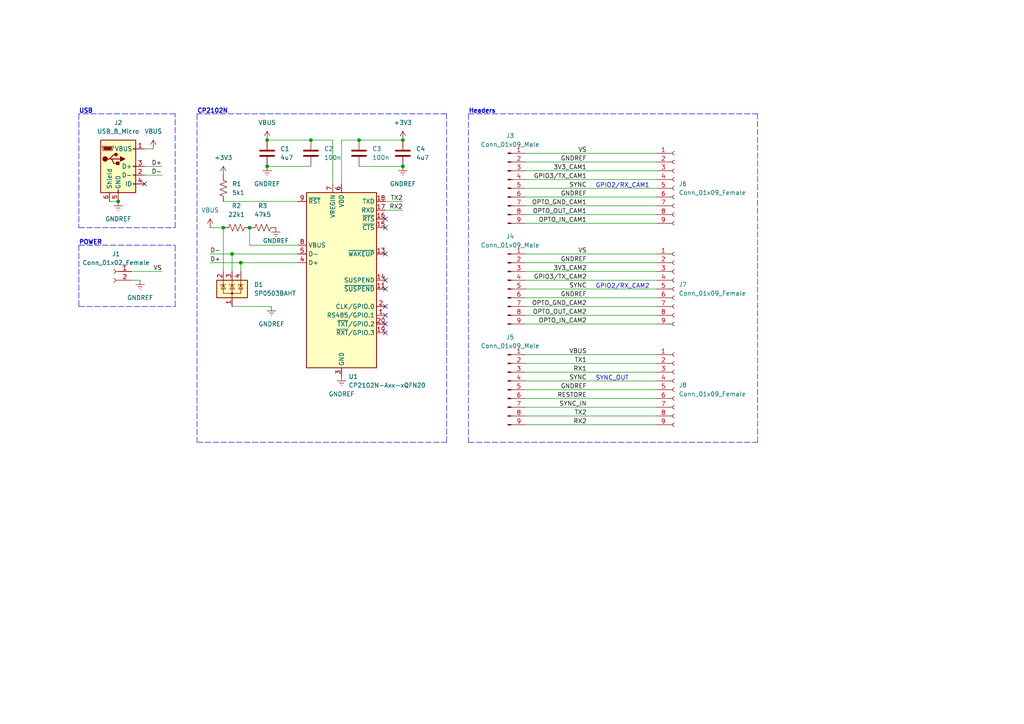
<source format=kicad_sch>
(kicad_sch (version 20211123) (generator eeschema)
  (paper "A4")
  (lib_symbols
    (symbol "Connector:Conn_01x02_Female" (pin_names (offset 1.016) hide)
      (property "Reference" "J" (at 0 2.54 0))
      (property "Value" "Conn_01x02_Female" (at 0 -5.08 0))
      (symbol "Conn_01x02_Female_1_1"
        (arc (start 0 -2.032) (mid -0.508 -2.54) (end 0 -3.048) (stroke (width 0.1524)))
        (polyline (pts (xy -1.27 -2.54) (xy -0.508 -2.54)) (stroke (width 0.1524)))
        (polyline (pts (xy -1.27 0) (xy -0.508 0)) (stroke (width 0.1524)))
        (arc (start 0 0.508) (mid -0.508 0) (end 0 -0.508) (stroke (width 0.1524)))
        (pin passive line (at -5.08 0 0) (length 3.81) (name "Pin_1") (number "1"))
        (pin passive line (at -5.08 -2.54 0) (length 3.81) (name "Pin_2") (number "2"))
      )
    )
    (symbol "Connector:Conn_01x09_Female" (pin_names (offset 1.016) hide)
      (property "Reference" "J" (at 0 12.7 0))
      (property "Value" "Conn_01x09_Female" (at 0 -12.7 0))
      (symbol "Conn_01x09_Female_1_1"
        (arc (start 0 -9.652) (mid -0.508 -10.16) (end 0 -10.668) (stroke (width 0.1524)))
        (arc (start 0 -7.112) (mid -0.508 -7.62) (end 0 -8.128) (stroke (width 0.1524)))
        (arc (start 0 -4.572) (mid -0.508 -5.08) (end 0 -5.588) (stroke (width 0.1524)))
        (arc (start 0 -2.032) (mid -0.508 -2.54) (end 0 -3.048) (stroke (width 0.1524)))
        (polyline (pts (xy -1.27 -10.16) (xy -0.508 -10.16)) (stroke (width 0.1524)))
        (polyline (pts (xy -1.27 -7.62) (xy -0.508 -7.62)) (stroke (width 0.1524)))
        (polyline (pts (xy -1.27 -5.08) (xy -0.508 -5.08)) (stroke (width 0.1524)))
        (polyline (pts (xy -1.27 -2.54) (xy -0.508 -2.54)) (stroke (width 0.1524)))
        (polyline (pts (xy -1.27 0) (xy -0.508 0)) (stroke (width 0.1524)))
        (polyline (pts (xy -1.27 2.54) (xy -0.508 2.54)) (stroke (width 0.1524)))
        (polyline (pts (xy -1.27 5.08) (xy -0.508 5.08)) (stroke (width 0.1524)))
        (polyline (pts (xy -1.27 7.62) (xy -0.508 7.62)) (stroke (width 0.1524)))
        (polyline (pts (xy -1.27 10.16) (xy -0.508 10.16)) (stroke (width 0.1524)))
        (arc (start 0 0.508) (mid -0.508 0) (end 0 -0.508) (stroke (width 0.1524)))
        (arc (start 0 3.048) (mid -0.508 2.54) (end 0 2.032) (stroke (width 0.1524)))
        (arc (start 0 5.588) (mid -0.508 5.08) (end 0 4.572) (stroke (width 0.1524)))
        (arc (start 0 8.128) (mid -0.508 7.62) (end 0 7.112) (stroke (width 0.1524)))
        (arc (start 0 10.668) (mid -0.508 10.16) (end 0 9.652) (stroke (width 0.1524)))
        (pin passive line (at -5.08 10.16 0) (length 3.81) (name "Pin_1") (number "1"))
        (pin passive line (at -5.08 7.62 0) (length 3.81) (name "Pin_2") (number "2"))
        (pin passive line (at -5.08 5.08 0) (length 3.81) (name "Pin_3") (number "3"))
        (pin passive line (at -5.08 2.54 0) (length 3.81) (name "Pin_4") (number "4"))
        (pin passive line (at -5.08 0 0) (length 3.81) (name "Pin_5") (number "5"))
        (pin passive line (at -5.08 -2.54 0) (length 3.81) (name "Pin_6") (number "6"))
        (pin passive line (at -5.08 -5.08 0) (length 3.81) (name "Pin_7") (number "7"))
        (pin passive line (at -5.08 -7.62 0) (length 3.81) (name "Pin_8") (number "8"))
        (pin passive line (at -5.08 -10.16 0) (length 3.81) (name "Pin_9") (number "9"))
      )
    )
    (symbol "Connector:Conn_01x09_Male" (pin_names (offset 1.016) hide)
      (property "Reference" "J" (at 0 12.7 0))
      (property "Value" "Conn_01x09_Male" (at 0 -12.7 0))
      (symbol "Conn_01x09_Male_1_1"
        (polyline (pts (xy 1.27 -10.16) (xy 0.8636 -10.16)) (stroke (width 0.1524)))
        (polyline (pts (xy 1.27 -7.62) (xy 0.8636 -7.62)) (stroke (width 0.1524)))
        (polyline (pts (xy 1.27 -5.08) (xy 0.8636 -5.08)) (stroke (width 0.1524)))
        (polyline (pts (xy 1.27 -2.54) (xy 0.8636 -2.54)) (stroke (width 0.1524)))
        (polyline (pts (xy 1.27 0) (xy 0.8636 0)) (stroke (width 0.1524)))
        (polyline (pts (xy 1.27 2.54) (xy 0.8636 2.54)) (stroke (width 0.1524)))
        (polyline (pts (xy 1.27 5.08) (xy 0.8636 5.08)) (stroke (width 0.1524)))
        (polyline (pts (xy 1.27 7.62) (xy 0.8636 7.62)) (stroke (width 0.1524)))
        (polyline (pts (xy 1.27 10.16) (xy 0.8636 10.16)) (stroke (width 0.1524)))
        (rectangle (start 0.8636 -10.033) (end 0 -10.287) (stroke (width 0.1524)) (fill (type outline)))
        (rectangle (start 0.8636 -7.493) (end 0 -7.747) (stroke (width 0.1524)) (fill (type outline)))
        (rectangle (start 0.8636 -4.953) (end 0 -5.207) (stroke (width 0.1524)) (fill (type outline)))
        (rectangle (start 0.8636 -2.413) (end 0 -2.667) (stroke (width 0.1524)) (fill (type outline)))
        (rectangle (start 0.8636 0.127) (end 0 -0.127) (stroke (width 0.1524)) (fill (type outline)))
        (rectangle (start 0.8636 2.667) (end 0 2.413) (stroke (width 0.1524)) (fill (type outline)))
        (rectangle (start 0.8636 5.207) (end 0 4.953) (stroke (width 0.1524)) (fill (type outline)))
        (rectangle (start 0.8636 7.747) (end 0 7.493) (stroke (width 0.1524)) (fill (type outline)))
        (rectangle (start 0.8636 10.287) (end 0 10.033) (stroke (width 0.1524)) (fill (type outline)))
        (pin passive line (at 5.08 10.16 180) (length 3.81) (name "Pin_1") (number "1"))
        (pin passive line (at 5.08 7.62 180) (length 3.81) (name "Pin_2") (number "2"))
        (pin passive line (at 5.08 5.08 180) (length 3.81) (name "Pin_3") (number "3"))
        (pin passive line (at 5.08 2.54 180) (length 3.81) (name "Pin_4") (number "4"))
        (pin passive line (at 5.08 0 180) (length 3.81) (name "Pin_5") (number "5"))
        (pin passive line (at 5.08 -2.54 180) (length 3.81) (name "Pin_6") (number "6"))
        (pin passive line (at 5.08 -5.08 180) (length 3.81) (name "Pin_7") (number "7"))
        (pin passive line (at 5.08 -7.62 180) (length 3.81) (name "Pin_8") (number "8"))
        (pin passive line (at 5.08 -10.16 180) (length 3.81) (name "Pin_9") (number "9"))
      )
    )
    (symbol "Connector:USB_B_Micro" (pin_names (offset 1.016))
      (property "Reference" "J" (at -5.08 11.43 0))
      (property "Value" "USB_B_Micro" (at -5.08 8.89 0))
      (symbol "USB_B_Micro_0_1"
        (rectangle (start -5.08 -7.62) (end 5.08 7.62) (stroke (width 0.254)) (fill (type background)))
        (circle (center -3.81 2.159) (radius 0.635) (stroke (width 0.254)) (fill (type outline)))
        (circle (center -0.635 3.429) (radius 0.381) (stroke (width 0.254)) (fill (type outline)))
        (rectangle (start -0.127 -7.62) (end 0.127 -6.858))
        (polyline (pts (xy -1.905 2.159) (xy 0.635 2.159)) (stroke (width 0.254)))
        (polyline (pts (xy -3.175 2.159) (xy -2.54 2.159) (xy -1.27 3.429) (xy -0.635 3.429)) (stroke (width 0.254)))
        (polyline (pts (xy -2.54 2.159) (xy -1.905 2.159) (xy -1.27 0.889) (xy 0 0.889)) (stroke (width 0.254)))
        (polyline (pts (xy 0.635 2.794) (xy 0.635 1.524) (xy 1.905 2.159) (xy 0.635 2.794)) (stroke (width 0.254)) (fill (type outline)))
        (polyline (pts (xy -4.318 5.588) (xy -1.778 5.588) (xy -2.032 4.826) (xy -4.064 4.826) (xy -4.318 5.588)) (fill (type outline)))
        (polyline (pts (xy -4.699 5.842) (xy -4.699 5.588) (xy -4.445 4.826) (xy -4.445 4.572) (xy -1.651 4.572) (xy -1.651 4.826) (xy -1.397 5.588) (xy -1.397 5.842) (xy -4.699 5.842)))
        (rectangle (start 0.254 1.27) (end -0.508 0.508) (stroke (width 0.254)) (fill (type outline)))
        (rectangle (start 5.08 -5.207) (end 4.318 -4.953))
        (rectangle (start 5.08 -2.667) (end 4.318 -2.413))
        (rectangle (start 5.08 -0.127) (end 4.318 0.127))
        (rectangle (start 5.08 4.953) (end 4.318 5.207))
      )
      (symbol "USB_B_Micro_1_1"
        (pin power_out line (at 7.62 5.08 180) (length 2.54) (name "VBUS") (number "1"))
        (pin bidirectional line (at 7.62 -2.54 180) (length 2.54) (name "D-") (number "2"))
        (pin bidirectional line (at 7.62 0 180) (length 2.54) (name "D+") (number "3"))
        (pin passive line (at 7.62 -5.08 180) (length 2.54) (name "ID") (number "4"))
        (pin power_out line (at 0 -10.16 90) (length 2.54) (name "GND") (number "5"))
        (pin passive line (at -2.54 -10.16 90) (length 2.54) (name "Shield") (number "6"))
      )
    )
    (symbol "Device:C" (pin_numbers hide) (pin_names (offset 0.254))
      (property "Reference" "C" (at 0.635 2.54 0))
      (property "Value" "C" (at 0.635 -2.54 0))
      (symbol "C_0_1"
        (polyline (pts (xy -2.032 -0.762) (xy 2.032 -0.762)) (stroke (width 0.508)))
        (polyline (pts (xy -2.032 0.762) (xy 2.032 0.762)) (stroke (width 0.508)))
      )
      (symbol "C_1_1"
        (pin passive line (at 0 3.81 270) (length 2.794) (name "~") (number "1"))
        (pin passive line (at 0 -3.81 90) (length 2.794) (name "~") (number "2"))
      )
    )
    (symbol "Device:R_US" (pin_numbers hide) (pin_names (offset 0))
      (property "Reference" "R" (at 2.54 0 90))
      (property "Value" "R_US" (at -2.54 0 90))
      (symbol "R_US_0_1"
        (polyline (pts (xy 0 -2.286) (xy 0 -2.54)))
        (polyline (pts (xy 0 2.286) (xy 0 2.54)))
        (polyline (pts (xy 0 -0.762) (xy 1.016 -1.143) (xy 0 -1.524) (xy -1.016 -1.905) (xy 0 -2.286)))
        (polyline (pts (xy 0 0.762) (xy 1.016 0.381) (xy 0 0) (xy -1.016 -0.381) (xy 0 -0.762)))
        (polyline (pts (xy 0 2.286) (xy 1.016 1.905) (xy 0 1.524) (xy -1.016 1.143) (xy 0 0.762)))
      )
      (symbol "R_US_1_1"
        (pin passive line (at 0 3.81 270) (length 1.27) (name "~") (number "1"))
        (pin passive line (at 0 -3.81 90) (length 1.27) (name "~") (number "2"))
      )
    )
    (symbol "Interface_USB:CP2102N-Axx-xQFN20"
      (property "Reference" "U" (at -8.89 26.67 0))
      (property "Value" "CP2102N-Axx-xQFN20" (at 12.7 26.67 0))
      (symbol "CP2102N-Axx-xQFN20_0_1"
        (rectangle (start -10.16 25.4) (end 10.16 -25.4) (stroke (width 0.254)) (fill (type background)))
      )
      (symbol "CP2102N-Axx-xQFN20_1_1"
        (pin bidirectional line (at 12.7 -10.16 180) (length 2.54) (name "RS485/GPIO.1") (number "1"))
        (pin no_connect line (at -10.16 -22.86 0) (length 2.54) hide (name "NC") (number "10"))
        (pin output line (at 12.7 -2.54 180) (length 2.54) (name "~{SUSPEND}") (number "11"))
        (pin passive line (at 0 -27.94 90) (length 2.54) hide (name "GND") (number "12"))
        (pin input line (at 12.7 7.62 180) (length 2.54) (name "~{WAKEUP}") (number "13"))
        (pin output line (at 12.7 0 180) (length 2.54) (name "SUSPEND") (number "14"))
        (pin input line (at 12.7 15.24 180) (length 2.54) (name "~{CTS}") (number "15"))
        (pin output line (at 12.7 17.78 180) (length 2.54) (name "~{RTS}") (number "16"))
        (pin input line (at 12.7 20.32 180) (length 2.54) (name "RXD") (number "17"))
        (pin output line (at 12.7 22.86 180) (length 2.54) (name "TXD") (number "18"))
        (pin bidirectional line (at 12.7 -15.24 180) (length 2.54) (name "~{RXT}/GPIO.3") (number "19"))
        (pin bidirectional line (at 12.7 -7.62 180) (length 2.54) (name "CLK/GPIO.0") (number "2"))
        (pin bidirectional line (at 12.7 -12.7 180) (length 2.54) (name "~{TXT}/GPIO.2") (number "20"))
        (pin passive line (at 0 -27.94 90) (length 2.54) hide (name "GND") (number "21"))
        (pin power_in line (at 0 -27.94 90) (length 2.54) (name "GND") (number "3"))
        (pin bidirectional line (at -12.7 5.08 0) (length 2.54) (name "D+") (number "4"))
        (pin bidirectional line (at -12.7 7.62 0) (length 2.54) (name "D-") (number "5"))
        (pin power_in line (at 0 27.94 270) (length 2.54) (name "VDD") (number "6"))
        (pin power_in line (at -2.54 27.94 270) (length 2.54) (name "VREGIN") (number "7"))
        (pin input line (at -12.7 10.16 0) (length 2.54) (name "VBUS") (number "8"))
        (pin input line (at -12.7 22.86 0) (length 2.54) (name "~{RST}") (number "9"))
      )
    )
    (symbol "Power_Protection:SP0503BAHT" (pin_names hide)
      (property "Reference" "D" (at 5.715 2.54 0))
      (property "Value" "SP0503BAHT" (at 5.715 0.635 0))
      (symbol "SP0503BAHT_0_0"
        (pin passive line (at 0 -5.08 90) (length 2.54) (name "A") (number "1"))
      )
      (symbol "SP0503BAHT_0_1"
        (rectangle (start -4.445 2.54) (end 4.445 -2.54) (stroke (width 0.254)) (fill (type background)))
        (circle (center 0 -1.27) (radius 0.254) (fill (type outline)))
        (polyline (pts (xy -2.54 2.54) (xy -2.54 1.27)))
        (polyline (pts (xy 0 -1.27) (xy 0 -2.54)))
        (polyline (pts (xy 0 -1.27) (xy 0 1.27)))
        (polyline (pts (xy 0 2.54) (xy 0 1.27)))
        (polyline (pts (xy 0.635 1.27) (xy 0.762 1.27)))
        (polyline (pts (xy 2.54 2.54) (xy 2.54 1.27)))
        (polyline (pts (xy 0.635 1.27) (xy -0.762 1.27) (xy -0.762 1.016)))
        (polyline (pts (xy -3.302 1.016) (xy -3.302 1.27) (xy -1.905 1.27) (xy -1.778 1.27)))
        (polyline (pts (xy -2.54 1.27) (xy -2.54 -1.27) (xy 2.54 -1.27) (xy 2.54 1.27)))
        (polyline (pts (xy -2.54 1.27) (xy -1.905 0) (xy -3.175 0) (xy -2.54 1.27)))
        (polyline (pts (xy 0.635 0) (xy -0.635 0) (xy 0 1.27) (xy 0.635 0)))
        (polyline (pts (xy 1.778 1.016) (xy 1.778 1.27) (xy 3.175 1.27) (xy 3.302 1.27)))
        (polyline (pts (xy 2.54 1.27) (xy 1.905 0) (xy 3.175 0) (xy 2.54 1.27)))
      )
      (symbol "SP0503BAHT_1_1"
        (pin passive line (at -2.54 5.08 270) (length 2.54) (name "K") (number "2"))
        (pin passive line (at 0 5.08 270) (length 2.54) (name "K") (number "3"))
        (pin passive line (at 2.54 5.08 270) (length 2.54) (name "K") (number "4"))
      )
    )
    (symbol "power:+3V3" (power) (pin_names (offset 0))
      (property "Value" "+3V3" (at 0 3.556 0))
      (symbol "+3V3_0_1"
        (polyline (pts (xy -0.762 1.27) (xy 0 2.54)))
        (polyline (pts (xy 0 0) (xy 0 2.54)))
        (polyline (pts (xy 0 2.54) (xy 0.762 1.27)))
      )
      (symbol "+3V3_1_1"
        (pin power_in line (at 0 0 90) (length 0) hide (name "+3V3") (number "1"))
      )
    )
    (symbol "power:GNDREF" (power) (pin_names (offset 0))
      (property "Value" "GNDREF" (at 0 -3.81 0))
      (symbol "GNDREF_0_1"
        (polyline (pts (xy -0.635 -1.905) (xy 0.635 -1.905)))
        (polyline (pts (xy -0.127 -2.54) (xy 0.127 -2.54)))
        (polyline (pts (xy 0 -1.27) (xy 0 0)))
        (polyline (pts (xy 1.27 -1.27) (xy -1.27 -1.27)))
      )
      (symbol "GNDREF_1_1"
        (pin power_in line (at 0 0 270) (length 0) hide (name "GNDREF") (number "1"))
      )
    )
    (symbol "power:VBUS" (power) (pin_names (offset 0))
      (property "Value" "VBUS" (at 0 3.81 0))
      (symbol "VBUS_0_1"
        (polyline (pts (xy -0.762 1.27) (xy 0 2.54)))
        (polyline (pts (xy 0 0) (xy 0 2.54)))
        (polyline (pts (xy 0 2.54) (xy 0.762 1.27)))
      )
      (symbol "VBUS_1_1"
        (pin power_in line (at 0 0 90) (length 0) hide (name "VBUS") (number "1"))
      )
    )
  )
  (junction (at 77.47 48.26))
  (junction (at 72.39 66.04))
  (junction (at 90.17 40.64))
  (junction (at 116.84 48.26))
  (junction (at 116.84 40.64))
  (junction (at 34.29 58.42))
  (junction (at 69.85 76.2))
  (junction (at 67.31 73.66))
  (junction (at 104.14 40.64))
  (junction (at 77.47 40.64))
  (junction (at 64.77 66.04))
  (no_connect (at 41.91 53.34))
  (no_connect (at 111.76 83.82))
  (no_connect (at 111.76 91.44))
  (no_connect (at 111.76 88.9))
  (no_connect (at 111.76 96.52))
  (no_connect (at 111.76 93.98))
  (no_connect (at 111.76 66.04))
  (no_connect (at 111.76 63.5))
  (no_connect (at 111.76 81.28))
  (no_connect (at 111.76 73.66))
  (wire (pts (xy 152.4 105.41) (xy 190.5 105.41)))
  (wire (pts (xy 152.4 54.61) (xy 190.5 54.61)))
  (wire (pts (xy 152.4 76.2) (xy 190.5 76.2)))
  (wire (pts (xy 152.4 52.07) (xy 190.5 52.07)))
  (wire (pts (xy 111.76 60.96) (xy 116.84 60.96)))
  (wire (pts (xy 69.85 76.2) (xy 69.85 78.74)))
  (polyline (pts (xy 22.86 88.9) (xy 50.8 88.9)))
  (wire (pts (xy 152.4 110.49) (xy 190.5 110.49)))
  (polyline (pts (xy 50.8 88.9) (xy 50.8 71.12)))
  (wire (pts (xy 152.4 115.57) (xy 190.5 115.57)))
  (wire (pts (xy 104.14 48.26) (xy 116.84 48.26)))
  (wire (pts (xy 67.31 73.66) (xy 67.31 78.74)))
  (wire (pts (xy 96.52 40.64) (xy 96.52 53.34)))
  (wire (pts (xy 152.4 113.03) (xy 190.5 113.03)))
  (wire (pts (xy 60.96 76.2) (xy 69.85 76.2)))
  (polyline (pts (xy 129.54 128.27) (xy 129.54 33.02)))
  (wire (pts (xy 152.4 64.77) (xy 190.5 64.77)))
  (wire (pts (xy 31.75 58.42) (xy 34.29 58.42)))
  (wire (pts (xy 60.96 73.66) (xy 67.31 73.66)))
  (wire (pts (xy 152.4 91.44) (xy 190.5 91.44)))
  (polyline (pts (xy 129.54 33.02) (xy 57.15 33.02)))
  (wire (pts (xy 69.85 76.2) (xy 86.36 76.2)))
  (wire (pts (xy 99.06 40.64) (xy 99.06 53.34)))
  (wire (pts (xy 104.14 40.64) (xy 99.06 40.64)))
  (wire (pts (xy 152.4 81.28) (xy 190.5 81.28)))
  (wire (pts (xy 152.4 120.65) (xy 190.5 120.65)))
  (polyline (pts (xy 22.86 71.12) (xy 50.8 71.12)))
  (wire (pts (xy 152.4 88.9) (xy 190.5 88.9)))
  (wire (pts (xy 96.52 40.64) (xy 90.17 40.64)))
  (wire (pts (xy 46.99 50.8) (xy 41.91 50.8)))
  (wire (pts (xy 38.1 78.74) (xy 46.99 78.74)))
  (wire (pts (xy 152.4 107.95) (xy 190.5 107.95)))
  (polyline (pts (xy 57.15 33.02) (xy 57.15 128.27)))
  (wire (pts (xy 41.91 48.26) (xy 46.99 48.26)))
  (wire (pts (xy 152.4 59.69) (xy 190.5 59.69)))
  (polyline (pts (xy 22.86 33.02) (xy 22.86 66.04)))
  (wire (pts (xy 40.64 81.28) (xy 38.1 81.28)))
  (wire (pts (xy 152.4 57.15) (xy 190.5 57.15)))
  (wire (pts (xy 152.4 118.11) (xy 190.5 118.11)))
  (wire (pts (xy 90.17 40.64) (xy 77.47 40.64)))
  (wire (pts (xy 152.4 62.23) (xy 190.5 62.23)))
  (wire (pts (xy 64.77 58.42) (xy 86.36 58.42)))
  (wire (pts (xy 152.4 93.98) (xy 190.5 93.98)))
  (wire (pts (xy 152.4 102.87) (xy 190.5 102.87)))
  (wire (pts (xy 64.77 66.04) (xy 64.77 78.74)))
  (polyline (pts (xy 22.86 66.04) (xy 50.8 66.04)))
  (wire (pts (xy 67.31 73.66) (xy 86.36 73.66)))
  (wire (pts (xy 152.4 83.82) (xy 190.5 83.82)))
  (wire (pts (xy 152.4 78.74) (xy 190.5 78.74)))
  (wire (pts (xy 111.76 58.42) (xy 116.84 58.42)))
  (polyline (pts (xy 219.71 128.27) (xy 219.71 33.02)))
  (polyline (pts (xy 135.89 33.02) (xy 135.89 128.27)))
  (wire (pts (xy 152.4 73.66) (xy 190.5 73.66)))
  (wire (pts (xy 152.4 123.19) (xy 190.5 123.19)))
  (wire (pts (xy 77.47 48.26) (xy 90.17 48.26)))
  (wire (pts (xy 116.84 40.64) (xy 104.14 40.64)))
  (polyline (pts (xy 57.15 128.27) (xy 129.54 128.27)))
  (wire (pts (xy 86.36 71.12) (xy 72.39 71.12)))
  (wire (pts (xy 152.4 46.99) (xy 190.5 46.99)))
  (wire (pts (xy 72.39 71.12) (xy 72.39 66.04)))
  (wire (pts (xy 152.4 44.45) (xy 190.5 44.45)))
  (wire (pts (xy 152.4 49.53) (xy 190.5 49.53)))
  (polyline (pts (xy 50.8 66.04) (xy 50.8 33.02)))
  (polyline (pts (xy 22.86 71.12) (xy 22.86 88.9)))
  (polyline (pts (xy 135.89 128.27) (xy 219.71 128.27)))
  (wire (pts (xy 60.96 66.04) (xy 64.77 66.04)))
  (wire (pts (xy 67.31 88.9) (xy 78.74 88.9)))
  (polyline (pts (xy 135.89 33.02) (xy 219.71 33.02)))
  (polyline (pts (xy 50.8 33.02) (xy 22.86 33.02)))
  (wire (pts (xy 44.45 43.18) (xy 41.91 43.18)))
  (wire (pts (xy 152.4 86.36) (xy 190.5 86.36)))
  (text "Headers" (at 135.89 33.02 0) (effects (font (size 1.27 1.27) (thickness 0.254) bold) (justify left bottom)))
  (text "POWER" (at 22.86 71.12 0) (effects (font (size 1.27 1.27) bold) (justify left bottom)))
  (text "SYNC_OUT" (at 172.72 110.49 0) (effects (font (size 1.27 1.27)) (justify left bottom)))
  (text "GPIO2/RX_CAM2" (at 172.72 83.82 0) (effects (font (size 1.27 1.27)) (justify left bottom)))
  (text "USB" (at 22.86 33.02 0) (effects (font (size 1.27 1.27) bold) (justify left bottom)))
  (text "GPIO2/RX_CAM1" (at 172.72 54.61 0) (effects (font (size 1.27 1.27)) (justify left bottom)))
  (text "CP2102N" (at 57.15 33.02 0) (effects (font (size 1.27 1.27) bold) (justify left bottom)))
  (label "RX2" (at 116.84 60.96 180))
  (label "RX1" (at 170.18 107.95 180))
  (label "GNDREF" (at 170.18 57.15 180))
  (label "VS" (at 170.18 73.66 180))
  (label "SYNC" (at 170.18 83.82 180))
  (label "GNDREF" (at 170.18 113.03 180))
  (label "D+" (at 46.99 48.26 180))
  (label "OPTO_IN_CAM1" (at 170.18 64.77 180))
  (label "SYNC" (at 170.18 110.49 180))
  (label "SYNC" (at 170.18 54.61 180))
  (label "RX2" (at 170.18 123.19 180))
  (label "OPTO_GND_CAM1" (at 170.18 59.69 180))
  (label "VBUS" (at 170.18 102.87 180))
  (label "OPTO_OUT_CAM1" (at 170.18 62.23 180))
  (label "VS" (at 46.99 78.74 180))
  (label "TX2" (at 170.18 120.65 180))
  (label "GNDREF" (at 170.18 86.36 180))
  (label "GNDREF" (at 170.18 46.99 180))
  (label "RESTORE" (at 170.18 115.57 180))
  (label "OPTO_GND_CAM2" (at 170.18 88.9 180))
  (label "OPTO_IN_CAM2" (at 170.18 93.98 180))
  (label "D+" (at 60.96 76.2 0))
  (label "3V3_CAM2" (at 170.18 78.74 180))
  (label "TX1" (at 170.18 105.41 180))
  (label "TX2" (at 116.84 58.42 180))
  (label "GNDREF" (at 170.18 76.2 180))
  (label "GPIO3{slash}TX_CAM2" (at 170.18 81.28 180))
  (label "D-" (at 60.96 73.66 0))
  (label "D-" (at 46.99 50.8 180))
  (label "3V3_CAM1" (at 170.18 49.53 180))
  (label "SYNC_IN" (at 170.18 118.11 180))
  (label "OPTO_OUT_CAM2" (at 170.18 91.44 180))
  (label "VS" (at 170.18 44.45 180))
  (label "GPIO3{slash}TX_CAM1" (at 170.18 52.07 180))
  (symbol (lib_id "power:GNDREF") (at 80.01 66.04 0) (unit 1)
    (property "Reference" "#PWR09" (effects hide))
    (property "Value" "GNDREF" (at 80.01 69.85 0))
  )
  (symbol (lib_id "Connector:Conn_01x09_Female") (at 195.58 113.03 0) (unit 1)
    (property "Reference" "J8" (at 196.85 111.7599 0) (effects (justify left)))
    (property "Value" "Conn_01x09_Female" (at 196.85 114.2999 0) (effects (justify left)))
    (property "Footprint" "Connector_PinSocket_2.54mm:PinSocket_1x09_P2.54mm_Vertical" (effects hide))
  )
  (symbol (lib_id "Device:R_US") (at 76.2 66.04 90) (unit 1)
    (property "Reference" "R3" (at 76.2 59.69 90))
    (property "Value" "47k5" (at 76.2 62.23 90))
    (property "Footprint" "Resistor_SMD:R_0402_1005Metric" (effects hide))
    (property "Mouser" "https://www.mouser.com/ProductDetail/Panasonic/ERJ-2RKF4752X?qs=sGAEpiMZZMvdGkrng054tx7%2F6%252BNA3LAJokU%252BfZI6cq4%3D" (effects hide))
  )
  (symbol (lib_id "Connector:Conn_01x09_Male") (at 147.32 113.03 0) (unit 1)
    (property "Reference" "J5" (at 147.955 97.79 0))
    (property "Value" "Conn_01x09_Male" (at 147.955 100.33 0))
    (property "Footprint" "Connector_PinHeader_2.54mm:PinHeader_1x09_P2.54mm_Vertical" (effects hide))
  )
  (symbol (lib_id "Device:R_US") (at 68.58 66.04 90) (unit 1)
    (property "Reference" "R2" (at 68.58 59.69 90))
    (property "Value" "22k1" (at 68.58 62.23 90))
    (property "Footprint" "Resistor_SMD:R_0402_1005Metric" (effects hide))
    (property "Mouser" "https://www.mouser.com/ProductDetail/Panasonic/ERJ-2RKF2212X?qs=sGAEpiMZZMvdGkrng054t12mw2BDkjbP8o5TRFWNk6o%3D" (effects hide))
  )
  (symbol (lib_id "Device:C") (at 116.84 44.45 0) (unit 1)
    (property "Reference" "C4" (at 120.65 43.1799 0) (effects (justify left)))
    (property "Value" "4u7" (at 120.65 45.7199 0) (effects (justify left)))
    (property "Footprint" "Capacitor_SMD:C_0402_1005Metric" (effects hide))
    (property "Datasheet" "https://www.mouser.com/datasheet/2/281/1/GRM155R60J475ME87_01A-1983790.pdf" (effects hide))
    (property "Mouser" "https://www.mouser.com/ProductDetail/Murata-Electronics/GRM155R60J475ME87D?qs=sGAEpiMZZMvsSlwiRhF8qkAft9XRf6r3Ub2INx3djJo%3D" (effects hide))
  )
  (symbol (lib_id "Connector:Conn_01x02_Female") (at 33.02 78.74 0) (mirror y) (unit 1)
    (property "Reference" "J1" (at 33.655 73.66 0))
    (property "Value" "Conn_01x02_Female" (at 33.655 76.2 0))
    (property "Footprint" "Connector_AMASS:AMASS_XT30U-F_1x02_P5.0mm_Vertical" (effects hide))
  )
  (symbol (lib_id "Connector:Conn_01x09_Male") (at 147.32 54.61 0) (unit 1)
    (property "Reference" "J3" (at 147.955 39.37 0))
    (property "Value" "Conn_01x09_Male" (at 147.955 41.91 0))
    (property "Footprint" "Connector_PinHeader_2.54mm:PinHeader_1x09_P2.54mm_Vertical" (effects hide))
  )
  (symbol (lib_id "power:GNDREF") (at 78.74 88.9 0) (unit 1)
    (property "Reference" "#PWR08" (effects hide))
    (property "Value" "GNDREF" (at 78.74 93.98 0))
  )
  (symbol (lib_id "Connector:Conn_01x09_Female") (at 195.58 83.82 0) (unit 1)
    (property "Reference" "J7" (at 196.85 82.5499 0) (effects (justify left)))
    (property "Value" "Conn_01x09_Female" (at 196.85 85.0899 0) (effects (justify left)))
    (property "Footprint" "Connector_PinSocket_2.54mm:PinSocket_1x09_P2.54mm_Vertical" (effects hide))
  )
  (symbol (lib_id "power:+3V3") (at 116.84 40.64 0) (unit 1)
    (property "Reference" "#PWR011" (effects hide))
    (property "Value" "+3V3" (at 116.84 35.56 0))
  )
  (symbol (lib_id "power:VBUS") (at 44.45 43.18 0) (unit 1)
    (property "Reference" "#PWR03" (effects hide))
    (property "Value" "VBUS" (at 44.45 38.1 0))
  )
  (symbol (lib_id "power:GNDREF") (at 40.64 81.28 0) (unit 1)
    (property "Reference" "#PWR02" (effects hide))
    (property "Value" "GNDREF" (at 40.64 86.36 0))
  )
  (symbol (lib_id "Interface_USB:CP2102N-Axx-xQFN20") (at 99.06 81.28 0) (unit 1)
    (property "Reference" "U1" (at 101.0794 109.22 0) (effects (justify left)))
    (property "Value" "CP2102N-Axx-xQFN20" (at 101.0794 111.76 0) (effects (justify left)))
    (property "Footprint" "Package_DFN_QFN:SiliconLabs_QFN-20-1EP_3x3mm_P0.5mm_EP1.8x1.8mm" (effects hide))
    (property "Datasheet" "https://www.silabs.com/documents/public/data-sheets/cp2102n-datasheet.pdf" (effects hide))
    (property "Mouser" "https://www.mouser.com/ProductDetail/Silicon-Labs/CP2102N-A02-GQFN20?qs=u16ybLDytRaG8WdlP0fT2g%3D%3D" (effects hide))
  )
  (symbol (lib_id "Device:C") (at 104.14 44.45 0) (unit 1)
    (property "Reference" "C3" (at 107.95 43.1799 0) (effects (justify left)))
    (property "Value" "100n" (at 107.95 45.7199 0) (effects (justify left)))
    (property "Footprint" "Capacitor_SMD:C_0402_1005Metric" (effects hide))
    (property "Datasheet" "https://www.mouser.com/datasheet/2/281/1/GRM155R71A104KA01_01A-1983947.pdf" (effects hide))
    (property "Mouser" "https://www.mouser.com/ProductDetail/Murata-Electronics/GRM155R71A104KA01J?qs=sGAEpiMZZMvsSlwiRhF8qo0YBaqK0GLyl8%252B3L%252BFQJNs%3D" (effects hide))
  )
  (symbol (lib_id "power:GNDREF") (at 34.29 58.42 0) (unit 1)
    (property "Reference" "#PWR01" (effects hide))
    (property "Value" "GNDREF" (at 34.29 63.5 0))
  )
  (symbol (lib_id "Device:C") (at 90.17 44.45 0) (unit 1)
    (property "Reference" "C2" (at 93.98 43.1799 0) (effects (justify left)))
    (property "Value" "100n" (at 93.98 45.7199 0) (effects (justify left)))
    (property "Footprint" "Capacitor_SMD:C_0402_1005Metric" (effects hide))
    (property "Datasheet" "https://www.mouser.com/datasheet/2/281/1/GRM155R71A104KA01_01A-1983947.pdf" (effects hide))
    (property "Mouser" "https://www.mouser.com/ProductDetail/Murata-Electronics/GRM155R71A104KA01J?qs=sGAEpiMZZMvsSlwiRhF8qo0YBaqK0GLyl8%252B3L%252BFQJNs%3D" (effects hide))
  )
  (symbol (lib_id "power:VBUS") (at 77.47 40.64 0) (unit 1)
    (property "Reference" "#PWR06" (effects hide))
    (property "Value" "VBUS" (at 77.47 35.56 0))
  )
  (symbol (lib_id "Connector:USB_B_Micro") (at 34.29 48.26 0) (unit 1)
    (property "Reference" "J2" (at 34.29 35.56 0))
    (property "Value" "USB_B_Micro" (at 34.29 38.1 0))
    (property "Footprint" "Connector_USB:USB_Micro-B_Molex_47346-0001" (effects hide))
    (property "Mouser" "https://www.mouser.com/ProductDetail/Molex/47346-0001?qs=c2CV6XM0DweJBWaSeyWeCw%3D%3D" (effects hide))
  )
  (symbol (lib_id "power:GNDREF") (at 99.06 109.22 0) (unit 1)
    (property "Reference" "#PWR010" (effects hide))
    (property "Value" "GNDREF" (at 99.06 114.3 0))
  )
  (symbol (lib_id "power:GNDREF") (at 116.84 48.26 0) (unit 1)
    (property "Reference" "#PWR012" (effects hide))
    (property "Value" "GNDREF" (at 116.84 53.34 0))
  )
  (symbol (lib_id "Connector:Conn_01x09_Female") (at 195.58 54.61 0) (unit 1)
    (property "Reference" "J6" (at 196.85 53.3399 0) (effects (justify left)))
    (property "Value" "Conn_01x09_Female" (at 196.85 55.8799 0) (effects (justify left)))
    (property "Footprint" "Connector_PinSocket_2.54mm:PinSocket_1x09_P2.54mm_Vertical" (effects hide))
  )
  (symbol (lib_id "power:GNDREF") (at 77.47 48.26 0) (unit 1)
    (property "Reference" "#PWR07" (effects hide))
    (property "Value" "GNDREF" (at 77.47 53.34 0))
  )
  (symbol (lib_id "power:VBUS") (at 60.96 66.04 0) (unit 1)
    (property "Reference" "#PWR04" (effects hide))
    (property "Value" "VBUS" (at 60.96 60.96 0))
  )
  (symbol (lib_id "Device:R_US") (at 64.77 54.61 0) (unit 1)
    (property "Reference" "R1" (at 67.31 53.3399 0) (effects (justify left)))
    (property "Value" "5k1" (at 67.31 55.8799 0) (effects (justify left)))
    (property "Footprint" "Resistor_SMD:R_0402_1005Metric" (effects hide))
    (property "Datasheet" "https://www.mouser.com/datasheet/2/315/AOA0000C301-1488782.pdf" (effects hide))
    (property "Mouser" "https://www.reddit.com/r/tumblr/comments/ujkope/butter_rectangular_prism/" (effects hide))
  )
  (symbol (lib_id "power:+3V3") (at 64.77 50.8 0) (unit 1)
    (property "Reference" "#PWR05" (effects hide))
    (property "Value" "+3V3" (at 64.77 45.72 0))
  )
  (symbol (lib_id "Connector:Conn_01x09_Male") (at 147.32 83.82 0) (unit 1)
    (property "Reference" "J4" (at 147.955 68.58 0))
    (property "Value" "Conn_01x09_Male" (at 147.955 71.12 0))
    (property "Footprint" "Connector_PinHeader_2.54mm:PinHeader_1x09_P2.54mm_Vertical" (effects hide))
  )
  (symbol (lib_id "Device:C") (at 77.47 44.45 0) (unit 1)
    (property "Reference" "C1" (at 81.28 43.1799 0) (effects (justify left)))
    (property "Value" "4u7" (at 81.28 45.7199 0) (effects (justify left)))
    (property "Footprint" "Capacitor_SMD:C_0402_1005Metric" (effects hide))
    (property "Datasheet" "https://www.mouser.com/datasheet/2/281/1/GRM155R60J475ME87_01A-1983790.pdf" (effects hide))
    (property "Mouser" "https://www.mouser.com/ProductDetail/Murata-Electronics/GRM155R60J475ME87D?qs=sGAEpiMZZMvsSlwiRhF8qkAft9XRf6r3Ub2INx3djJo%3D" (effects hide))
  )
  (symbol (lib_id "Power_Protection:SP0503BAHT") (at 67.31 83.82 0) (unit 1)
    (property "Reference" "D1" (at 73.66 82.55 0) (effects (justify left)))
    (property "Value" "SP0503BAHT" (at 73.66 85.09 0) (effects (justify left)))
    (property "Footprint" "Package_TO_SOT_SMD:SOT-143" (effects hide))
    (property "Datasheet" "http://www.littelfuse.com/~/media/files/littelfuse/technical%20resources/documents/data%20sheets/sp05xxba.pdf" (effects hide))
    (property "Mouser" "https://www.mouser.com/ProductDetail/Littelfuse/SP0503BAHTG?qs=uD%2FdkN7XIa0NTYXwHdELYA%3D%3D" (effects hide))
  )
)
</source>
